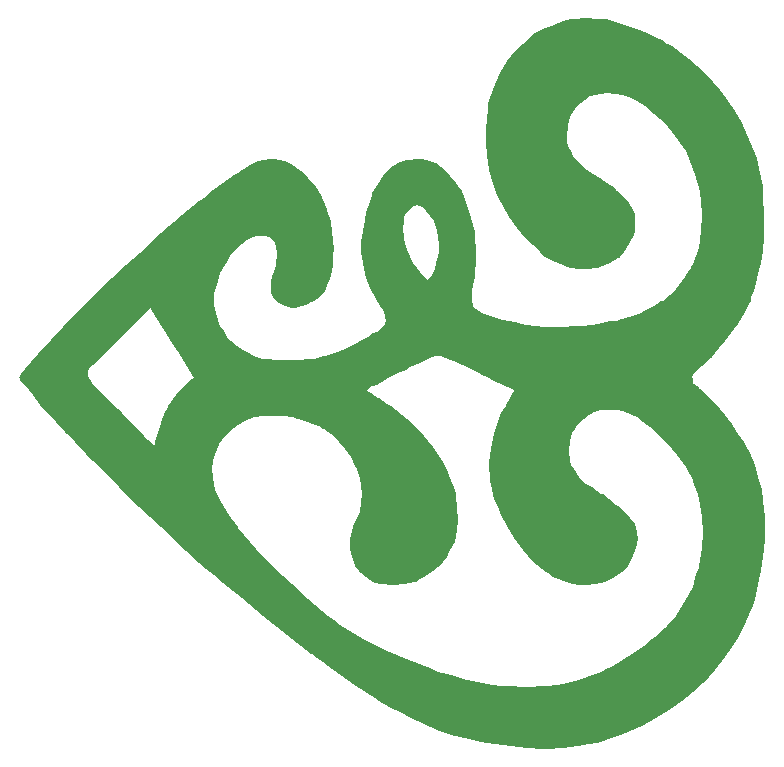
<source format=gbo>
G04*
G04 #@! TF.GenerationSoftware,Altium Limited,Altium Designer,18.1.7 (191)*
G04*
G04 Layer_Color=32896*
%FSLAX44Y44*%
%MOMM*%
G71*
G01*
G75*
G36*
X935686Y1003710D02*
X943742Y1002978D01*
X946672Y1002246D01*
X948869Y1001513D01*
X950334Y1000781D01*
X951066D01*
X960588Y997851D01*
X969377Y994921D01*
X977433Y991260D01*
X984757Y988330D01*
X990617Y985400D01*
X995011Y982471D01*
X997941Y981006D01*
X998673Y980273D01*
X1013321Y969287D01*
X1019913Y963428D01*
X1025772Y958301D01*
X1030167Y953907D01*
X1033829Y950245D01*
X1036026Y947315D01*
X1036758Y946582D01*
X1044815Y936329D01*
X1052139Y925343D01*
X1057998Y915089D01*
X1062393Y905568D01*
X1066055Y897511D01*
X1068252Y891652D01*
X1069717Y887257D01*
X1070449Y886525D01*
Y885793D01*
X1073379Y873342D01*
X1075576Y861623D01*
X1076308Y849904D01*
X1077041Y839651D01*
Y817679D01*
X1075576Y806692D01*
X1074111Y797171D01*
X1071914Y787650D01*
X1069717Y779593D01*
X1068252Y773002D01*
X1066055Y767875D01*
X1065322Y764945D01*
X1064590Y763480D01*
X1060195Y753959D01*
X1055069Y745170D01*
X1049209Y737113D01*
X1044082Y730522D01*
X1038956Y724663D01*
X1035294Y720268D01*
X1032364Y717338D01*
X1031631Y716606D01*
X1028702Y713676D01*
X1025772Y710747D01*
X1023575Y709282D01*
X1022842Y708550D01*
X1019913Y705620D01*
X1017716Y703423D01*
X1016251Y701958D01*
X1015518Y701226D01*
X1016251Y698296D01*
Y696831D01*
X1016983Y695366D01*
X1017716Y694634D01*
X1021378Y691704D01*
X1022110Y690972D01*
X1022842Y690239D01*
X1026505Y686577D01*
X1027237Y685845D01*
X1027969Y685113D01*
X1036026Y677056D01*
X1043350Y668267D01*
X1049942Y660211D01*
X1055069Y652154D01*
X1059463Y645562D01*
X1062393Y640435D01*
X1063857Y637506D01*
X1064590Y636041D01*
X1068984Y625787D01*
X1071914Y615534D01*
X1074844Y605280D01*
X1076308Y596491D01*
X1077041Y588434D01*
X1077773Y581843D01*
Y562068D01*
X1076308Y548152D01*
X1074111Y535701D01*
X1071914Y524715D01*
X1069717Y515926D01*
X1068252Y508602D01*
X1066787Y504207D01*
X1066055Y503475D01*
Y502743D01*
X1060928Y491024D01*
X1055069Y479306D01*
X1047744Y469052D01*
X1041153Y459530D01*
X1035294Y452206D01*
X1030167Y446347D01*
X1026505Y442685D01*
X1025040Y441220D01*
X1016251Y433164D01*
X1007462Y425840D01*
X998673Y419980D01*
X989884Y414121D01*
X973039Y404600D01*
X957658Y398008D01*
X944475Y393614D01*
X938615Y391417D01*
X934221Y390684D01*
X929827Y389219D01*
X926897D01*
X925432Y388487D01*
X924700D01*
X912249Y387022D01*
X906389Y386290D01*
X901263D01*
X896868Y385557D01*
X893206D01*
X891009D01*
X890276D01*
X876361Y386290D01*
X862445Y387754D01*
X849262Y389219D01*
X837543Y391417D01*
X827289Y393614D01*
X819233Y395811D01*
X816303Y396543D01*
X814106D01*
X813374Y397276D01*
X812641D01*
X800190Y401670D01*
X789204Y406797D01*
X778218Y411191D01*
X768697Y416318D01*
X760640Y419980D01*
X754781Y423643D01*
X751119Y425840D01*
X749654Y426572D01*
X729146Y440488D01*
X719625Y447080D01*
X710836Y452939D01*
X703512Y458798D01*
X698385Y462460D01*
X694723Y465390D01*
X693259Y466122D01*
X672751Y482235D01*
X652976Y497616D01*
X634666Y512996D01*
X618553Y526180D01*
X611229Y532771D01*
X604637Y537898D01*
X598778Y543025D01*
X593651Y547420D01*
X589989Y551082D01*
X587059Y553279D01*
X585594Y554744D01*
X584862Y555476D01*
X565819Y573054D01*
X547509Y590632D01*
X530664Y607477D01*
X515283Y622858D01*
X508691Y629449D01*
X502832Y635309D01*
X497705Y641168D01*
X493311Y645562D01*
X489649Y649224D01*
X486719Y652154D01*
X485254Y653619D01*
X484522Y654351D01*
X477198Y662408D01*
X470606Y669732D01*
X467677Y671929D01*
X465479Y674126D01*
X464747Y675591D01*
X464015Y676324D01*
X457423Y685113D01*
X451563Y692437D01*
X449366Y695366D01*
X447169Y697563D01*
X446437Y699028D01*
X445704Y699761D01*
X447901Y702690D01*
X448634Y704155D01*
X450099Y706352D01*
X450831Y707085D01*
X461817Y719536D01*
X472803Y731987D01*
X483057Y742973D01*
X492578Y752494D01*
X500635Y760551D01*
X507227Y767142D01*
X510889Y770804D01*
X512354Y772269D01*
X524804Y783988D01*
X536523Y794974D01*
X548242Y805228D01*
X557763Y814749D01*
X566552Y822073D01*
X573143Y827932D01*
X577538Y831594D01*
X579003Y833059D01*
X589256Y841848D01*
X598778Y849172D01*
X602440Y852102D01*
X605369Y854299D01*
X606834Y855764D01*
X607567Y856496D01*
X618553Y864553D01*
X628074Y871144D01*
X631736Y873342D01*
X634666Y875539D01*
X636863Y876271D01*
X637595Y877004D01*
X643455Y880666D01*
X648581Y882863D01*
X653708Y884328D01*
X657370Y885060D01*
X661032D01*
X663962D01*
X665427Y884328D01*
X666159D01*
X671286Y882863D01*
X676413Y880666D01*
X684470Y874806D01*
X688132Y871877D01*
X690329Y868947D01*
X691794Y867482D01*
X692526Y866750D01*
X697653Y860891D01*
X701315Y854299D01*
X704245Y848440D01*
X706442Y842580D01*
X707907Y838186D01*
X709371Y834524D01*
X710104Y831594D01*
Y830862D01*
X711569Y816214D01*
X712301Y808890D01*
X711569Y803030D01*
Y793509D01*
X710836Y790579D01*
Y789847D01*
X709371Y783255D01*
X707174Y778128D01*
X705709Y774466D01*
X704977Y773734D01*
Y773002D01*
X700583Y767875D01*
X695456Y764213D01*
X691794Y762748D01*
X691061Y762015D01*
X690329D01*
X685934Y760551D01*
X682272Y759818D01*
X679343Y759086D01*
X677878D01*
X673483Y759818D01*
X669089Y761283D01*
X666159Y762748D01*
X665427Y763480D01*
X661765Y766410D01*
X660300Y769340D01*
X659568Y772269D01*
Y781790D01*
X660300Y784720D01*
Y785452D01*
X661765Y789115D01*
X662497Y792044D01*
X663230Y794241D01*
Y794974D01*
X663962Y798636D01*
X664695Y802298D01*
Y805228D01*
X663962Y811087D01*
X661765Y815481D01*
X659568Y817679D01*
X658835Y818411D01*
X654441Y819876D01*
X649314D01*
X645652D01*
X644920Y819143D01*
X644187D01*
X639060Y816214D01*
X634666Y813284D01*
X626609Y805228D01*
X623680Y800833D01*
X622215Y797904D01*
X620750Y795706D01*
X620018Y794974D01*
X616356Y788382D01*
X614158Y781790D01*
X612693Y775931D01*
X611229Y771537D01*
Y761283D01*
X612693Y754691D01*
X614158Y748832D01*
X616356Y743705D01*
X619285Y739311D01*
X621482Y735649D01*
X622947Y732719D01*
X624412Y731254D01*
X625144Y730522D01*
X630271Y726127D01*
X635398Y723198D01*
X640525Y720268D01*
X644920Y718071D01*
X649314Y716606D01*
X652976Y715874D01*
X655173Y715141D01*
X655906D01*
X665427Y714409D01*
X674216D01*
X683005D01*
X690329Y715141D01*
X696188Y715874D01*
X700583Y717338D01*
X704245Y718071D01*
X704977D01*
X713766Y721001D01*
X721822Y723930D01*
X729146Y727592D01*
X736471Y731254D01*
X741598Y734184D01*
X745992Y737113D01*
X748922Y738578D01*
X749654Y739311D01*
X753316Y742240D01*
X755513Y745170D01*
X756978Y747367D01*
Y748100D01*
X756246Y751762D01*
X754781Y755424D01*
X753316Y758353D01*
X752584Y759086D01*
X747457Y767875D01*
X743062Y775931D01*
X740133Y783988D01*
X737935Y791312D01*
X737203Y797171D01*
X736471Y801565D01*
X735738Y805228D01*
Y814749D01*
X737203Y824270D01*
X738668Y832327D01*
X740133Y839651D01*
X742330Y846243D01*
X743795Y851369D01*
X744527Y854299D01*
X745259Y855764D01*
X749654Y863820D01*
X754048Y870412D01*
X757710Y874806D01*
X759175Y875539D01*
Y876271D01*
X762837Y879201D01*
X766499Y881398D01*
X773823Y884328D01*
X777486D01*
X780415Y885060D01*
X781880D01*
X782612D01*
X787007D01*
X791401Y883595D01*
X798725Y881398D01*
X803120Y878468D01*
X803852Y877736D01*
X804585Y877004D01*
X811176Y870412D01*
X816303Y864553D01*
X819233Y859426D01*
X820698Y858693D01*
Y857961D01*
X821430Y857229D01*
Y856496D01*
X822162Y855764D01*
Y855031D01*
X827289Y841116D01*
X828754Y834524D01*
X830219Y828665D01*
X831684Y824270D01*
Y820608D01*
X832416Y817679D01*
Y816946D01*
X833149Y809622D01*
Y796439D01*
X832416Y789847D01*
X831684Y784720D01*
X830951Y781058D01*
X830219Y778128D01*
Y777396D01*
X829487Y773002D01*
Y764213D01*
X830219Y761283D01*
Y760551D01*
X831684Y759086D01*
X833149Y757621D01*
X838276Y754691D01*
X843402Y752494D01*
X844867Y751762D01*
X845600D01*
X855853Y748832D01*
X866107Y746635D01*
X875628Y744438D01*
X883685Y743705D01*
X891009Y742973D01*
X896868Y742240D01*
X899798D01*
X901263D01*
X921770Y743705D01*
X931291Y744438D01*
X939348Y745902D01*
X946672Y747367D01*
X952531Y748100D01*
X955461Y749565D01*
X956926D01*
X970842Y753959D01*
X976701Y756889D01*
X981828Y759818D01*
X986222Y762015D01*
X989152Y764213D01*
X991349Y764945D01*
X992081Y765677D01*
X997208Y770072D01*
X1002335Y775199D01*
X1009659Y784720D01*
X1012589Y789115D01*
X1014786Y792777D01*
X1015518Y794974D01*
X1016251Y795706D01*
X1019181Y803030D01*
X1021378Y809622D01*
X1023575Y824270D01*
X1024307Y837454D01*
X1023575Y849904D01*
X1021378Y860891D01*
X1019181Y868947D01*
X1018448Y871877D01*
X1017716Y874074D01*
X1016983Y875539D01*
Y876271D01*
X1010392Y891652D01*
X1001603Y904103D01*
X992814Y915089D01*
X984025Y923145D01*
X975968Y929737D01*
X969377Y934132D01*
X964250Y936329D01*
X963517Y937061D01*
X962785D01*
X956926Y939258D01*
X951799Y939991D01*
X943010Y940723D01*
X939348Y939991D01*
X936418D01*
X934954Y939258D01*
X934221D01*
X929827Y937794D01*
X925432Y934864D01*
X918840Y929737D01*
X915178Y924610D01*
X913714Y923145D01*
Y922413D01*
X911516Y917286D01*
X910784Y912892D01*
X910051Y904103D01*
Y898243D01*
X910784Y896779D01*
Y896046D01*
X912981Y891652D01*
X915178Y887257D01*
X921770Y879933D01*
X924700Y877736D01*
X926897Y875539D01*
X928362Y874806D01*
X929094Y874074D01*
X933489Y871144D01*
X937883Y868947D01*
X940813Y866750D01*
X941545Y866018D01*
X945940Y863088D01*
X949602Y860891D01*
X951799Y858693D01*
X952531Y857961D01*
X958391Y852834D01*
X962785Y847707D01*
X964982Y843313D01*
X965715Y842580D01*
Y841848D01*
X967179Y838186D01*
X967912Y834524D01*
Y827932D01*
X967179Y825003D01*
Y822805D01*
X966447Y821341D01*
Y820608D01*
X962785Y812552D01*
X958391Y805960D01*
X954728Y802298D01*
X953996Y800833D01*
X953264D01*
X945940Y796439D01*
X937883Y793509D01*
X934954Y792777D01*
X932024D01*
X930559Y792044D01*
X929827D01*
X921038D01*
X913714Y792777D01*
X910784Y793509D01*
X908587Y794241D01*
X907122Y794974D01*
X906389D01*
X898333Y798636D01*
X891741Y802298D01*
X887347Y805960D01*
X886615Y807425D01*
X885882D01*
X875628Y816946D01*
X867572Y826467D01*
X860980Y835989D01*
X855853Y844778D01*
X851459Y852834D01*
X849262Y858693D01*
X847797Y862355D01*
X847064Y863820D01*
X844135Y875539D01*
X841937Y887990D01*
X841205Y898976D01*
Y909962D01*
X841937Y918751D01*
X842670Y926075D01*
Y928272D01*
X843402Y930470D01*
Y931934D01*
X847797Y945850D01*
X852924Y957569D01*
X859515Y967822D01*
X866107Y975879D01*
X872699Y982471D01*
X877825Y987597D01*
X881488Y990527D01*
X882952Y991260D01*
X891009Y995654D01*
X899065Y998584D01*
X906389Y1001513D01*
X912981Y1002978D01*
X918840Y1003710D01*
X923235Y1004443D01*
X926164D01*
X926897D01*
X935686Y1003710D01*
D02*
G37*
%LPC*%
G36*
X783345Y845510D02*
X781148Y844778D01*
X780415D01*
X776753Y842580D01*
X774556Y839651D01*
X773091Y837454D01*
X772359Y835989D01*
X771626Y831594D01*
X770894Y826467D01*
X772359Y817679D01*
X773091Y814016D01*
X773823Y811087D01*
X774556Y808890D01*
Y808157D01*
X779683Y797171D01*
X782612Y792777D01*
X785542Y789115D01*
X788472Y786185D01*
X789937Y783988D01*
X791401Y783255D01*
X792134Y782523D01*
X795796Y786917D01*
X797993Y792044D01*
X799458Y797171D01*
X800923Y802298D01*
X801655Y805960D01*
Y812552D01*
X800923Y819143D01*
X800190Y825003D01*
X797993Y829397D01*
X796528Y833792D01*
X794331Y836721D01*
X792134Y838918D01*
X791401Y840383D01*
X790669Y841116D01*
X788472Y843313D01*
X787007Y844045D01*
X783345Y845510D01*
D02*
G37*
G36*
X557030Y759086D02*
X548242Y750297D01*
X540917Y742240D01*
X537255Y739311D01*
X535058Y736381D01*
X533593Y734916D01*
X532861Y734184D01*
X523340Y724663D01*
X514551Y716606D01*
X511621Y713676D01*
X508691Y710747D01*
X507227Y709282D01*
X506494Y708550D01*
X504297Y705620D01*
Y701226D01*
X507227Y696831D01*
X507959Y695366D01*
X508691Y694634D01*
X517480Y685845D01*
X525537Y677788D01*
X528466Y674126D01*
X531396Y671929D01*
X532861Y670464D01*
X533593Y669732D01*
X543115Y659478D01*
X551903Y650689D01*
X555566Y647027D01*
X558495Y644098D01*
X559960Y641900D01*
X560692Y641168D01*
X562157Y648492D01*
X564355Y655816D01*
X565819Y661675D01*
X568017Y666070D01*
X569481Y670464D01*
X570946Y673394D01*
X572411Y674859D01*
Y675591D01*
X579003Y685113D01*
X586327Y693169D01*
X589256Y696099D01*
X592186Y698296D01*
X593651Y699028D01*
X594383Y699761D01*
X587059Y710747D01*
X581200Y720268D01*
X579003Y723930D01*
X576805Y726860D01*
X576073Y728325D01*
X575341Y729057D01*
X568749Y740043D01*
X562890Y749565D01*
X560692Y753226D01*
X558495Y756156D01*
X557763Y758353D01*
X557030Y759086D01*
D02*
G37*
G36*
X803120Y718071D02*
X801655D01*
X800923D01*
X798725D01*
X797261D01*
X796528Y717338D01*
X795796D01*
X785542Y712212D01*
X776753Y708550D01*
X773823Y706352D01*
X770894Y705620D01*
X769429Y704155D01*
X768697D01*
X758443Y699028D01*
X748922Y693901D01*
X745259Y692437D01*
X742330Y690972D01*
X740865Y689507D01*
X740133D01*
X743795Y686577D01*
X747457Y684380D01*
X749654Y682915D01*
X750386Y682183D01*
X754048Y679986D01*
X757710Y677788D01*
X759908Y676324D01*
X760640Y675591D01*
X774556Y664605D01*
X780415Y659478D01*
X785542Y654351D01*
X789204Y649957D01*
X792134Y646295D01*
X794331Y644098D01*
X795063Y643365D01*
X800190Y636041D01*
X804585Y628717D01*
X808247Y621393D01*
X811176Y614801D01*
X813374Y608942D01*
X814838Y604548D01*
X815571Y601618D01*
Y600153D01*
X817036Y589167D01*
X817768Y579646D01*
Y575984D01*
X817036Y573054D01*
Y570857D01*
X816303Y565730D01*
X814838Y560603D01*
X810444Y551814D01*
X808247Y548152D01*
X806049Y545222D01*
X805317Y543758D01*
X804585Y543025D01*
X796528Y535701D01*
X789204Y530574D01*
X785542Y529109D01*
X783345Y527645D01*
X781880Y526912D01*
X781148D01*
X771626Y524715D01*
X762837Y523983D01*
X759175D01*
X756246Y524715D01*
X754048D01*
X753316D01*
X747457Y526180D01*
X743062Y528377D01*
X739400Y531307D01*
X735738Y534236D01*
X733541Y536433D01*
X732076Y538631D01*
X730611Y540095D01*
Y540828D01*
X728414Y545955D01*
X726949Y551082D01*
X726217Y555476D01*
Y563533D01*
X726949Y566462D01*
X727682Y568660D01*
Y569392D01*
X728414Y573054D01*
X729146Y574519D01*
X730611Y577448D01*
X731344Y578913D01*
X734273Y586237D01*
X735738Y594294D01*
X736471Y601618D01*
X735738Y608942D01*
X734273Y614801D01*
X732809Y619196D01*
X732076Y622858D01*
X731344Y623590D01*
X726949Y632379D01*
X721822Y639703D01*
X716696Y645562D01*
X712301Y650689D01*
X707907Y653619D01*
X704245Y656548D01*
X702047Y657281D01*
X701315Y658013D01*
X692526Y661675D01*
X685202Y663873D01*
X682272Y664605D01*
X680075Y665338D01*
X678610Y666070D01*
X677878D01*
X669089Y667535D01*
X661765D01*
X658103D01*
X655906D01*
X654441D01*
X653708D01*
X644920Y666070D01*
X637595Y663140D01*
X631004Y659478D01*
X625877Y655816D01*
X621482Y651422D01*
X618553Y648492D01*
X617088Y645562D01*
X616356Y644830D01*
X612693Y636773D01*
X610496Y629449D01*
X609764Y622125D01*
X610496Y615534D01*
X611229Y609674D01*
X611961Y604548D01*
X613426Y601618D01*
Y600886D01*
X616356Y595759D01*
X619285Y590632D01*
X621482Y587702D01*
X622215Y586237D01*
X625877Y581110D01*
X628806Y576716D01*
X631004Y573786D01*
X631736Y572322D01*
X646384Y554744D01*
X661765Y538631D01*
X677145Y524715D01*
X690329Y512264D01*
X702780Y502010D01*
X707907Y498348D01*
X712301Y494686D01*
X715231Y492489D01*
X718160Y490292D01*
X719625Y489559D01*
X720358Y488827D01*
X738668Y477841D01*
X757710Y468319D01*
X776021Y460263D01*
X793598Y453671D01*
X800923Y450742D01*
X808247Y448544D01*
X814838Y447080D01*
X819965Y445615D01*
X824360Y444150D01*
X827289Y443418D01*
X829487Y442685D01*
X830219D01*
X841937Y440488D01*
X852924Y439023D01*
X863177Y438291D01*
X871966Y437558D01*
X880023D01*
X885882Y438291D01*
X889544D01*
X891009D01*
X901995Y439756D01*
X912981Y441953D01*
X922503Y444882D01*
X931291Y447812D01*
X938615Y450742D01*
X944475Y453671D01*
X947404Y455136D01*
X948869Y455868D01*
X958391Y461728D01*
X967179Y467587D01*
X975236Y472714D01*
X981828Y478573D01*
X987687Y482968D01*
X991349Y486630D01*
X994279Y488827D01*
X995011Y489559D01*
X1002335Y497616D01*
X1007462Y506405D01*
X1012589Y514461D01*
X1016251Y522518D01*
X1018448Y529842D01*
X1019913Y534969D01*
X1021378Y538631D01*
Y540095D01*
X1024307Y555476D01*
X1025040Y569392D01*
X1024307Y581843D01*
X1022842Y592097D01*
X1020645Y600886D01*
X1018448Y607477D01*
X1016983Y611872D01*
X1016251Y613336D01*
X1010392Y624323D01*
X1003067Y634576D01*
X995011Y644098D01*
X987687Y651422D01*
X980363Y658013D01*
X974503Y662408D01*
X970842Y665338D01*
X970109Y666070D01*
X969377D01*
X963517Y668999D01*
X957658Y671197D01*
X952531Y671929D01*
X948137Y672662D01*
X943742D01*
X940813D01*
X938615Y671929D01*
X937883D01*
X932756Y670464D01*
X928362Y668267D01*
X921038Y662408D01*
X918840Y659478D01*
X916643Y656548D01*
X915911Y655084D01*
X915178Y654351D01*
X913714Y649957D01*
X912249Y645562D01*
X911516Y638238D01*
Y634576D01*
X912249Y632379D01*
Y630182D01*
X913714Y625787D01*
X915911Y622125D01*
X920305Y615534D01*
X924700Y611139D01*
X925432Y610407D01*
X926164Y609674D01*
X931291Y606745D01*
X935686Y603815D01*
X938615Y601618D01*
X940080Y600886D01*
X945207Y597223D01*
X948869Y594294D01*
X951799Y592097D01*
X953264Y591364D01*
X959123Y586237D01*
X963517Y581110D01*
X966447Y577448D01*
X967179Y576716D01*
Y575984D01*
X968644Y572322D01*
X969377Y569392D01*
X970109Y562800D01*
X969377Y559871D01*
Y557673D01*
X968644Y556208D01*
Y555476D01*
X964982Y546687D01*
X961320Y540095D01*
X957658Y536433D01*
X956926Y534969D01*
X956193D01*
X948869Y529842D01*
X942278Y526912D01*
X938615Y526180D01*
X936418Y525447D01*
X934954Y524715D01*
X934221D01*
X926164Y523983D01*
X918840D01*
X916643Y524715D01*
X914446D01*
X912981Y525447D01*
X912249D01*
X904925Y528377D01*
X898333Y531307D01*
X893939Y534236D01*
X893206Y534969D01*
X892474D01*
X881488Y543758D01*
X872699Y554011D01*
X865375Y564265D01*
X858783Y573786D01*
X854389Y583308D01*
X851459Y590632D01*
X849994Y593561D01*
X849262Y595759D01*
X848529Y596491D01*
Y597223D01*
X846332Y605280D01*
X844867Y612604D01*
X844135Y627252D01*
X845600Y640435D01*
X848529Y652154D01*
X851459Y662408D01*
X854389Y669732D01*
X855853Y672662D01*
X857318Y674859D01*
X858051Y675591D01*
Y676324D01*
X860980Y680718D01*
X861713Y682183D01*
Y682915D01*
X863910Y687310D01*
X865375Y688774D01*
Y689507D01*
X853656Y694634D01*
X848529Y696831D01*
X844135Y699028D01*
X840473Y701226D01*
X837543Y701958D01*
X836078Y703423D01*
X835346D01*
X825092Y708550D01*
X815571Y712944D01*
X811909Y714409D01*
X808979Y715874D01*
X807514Y716606D01*
X806782D01*
X803120Y718071D01*
D02*
G37*
%LPD*%
M02*

</source>
